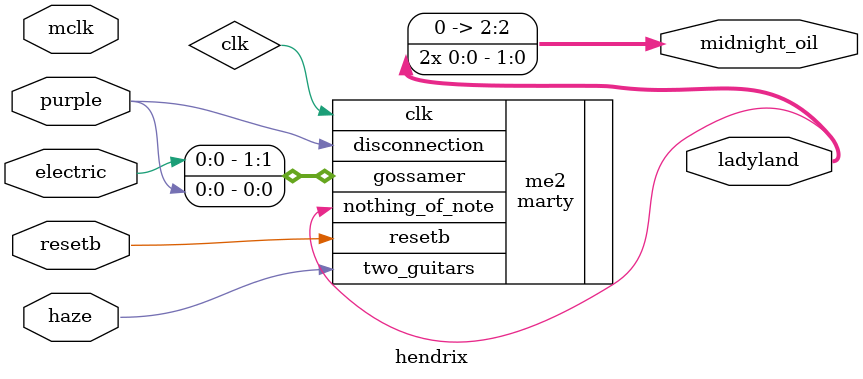
<source format=v>

module hendrix
  (
   input resetb,
   input mclk,
   input purple,
   input electric,
   input haze,   // a comment to throw things
   output [2:0] midnight_oil,
   output ladyland
   );

   marty me2 ( /*AUTOINST*/
	      // Outputs
	      .nothing_of_note		(ladyland),
	      // Inputs
	      .clk			(clk),
	      .resetb			(resetb),
	      .disconnection		(purple),
	      .gossamer			({electric,purple}),
	      .two_guitars		(haze));

   assign midnight_oil = { ladyland, ladyland };

endmodule // ports_only

</source>
